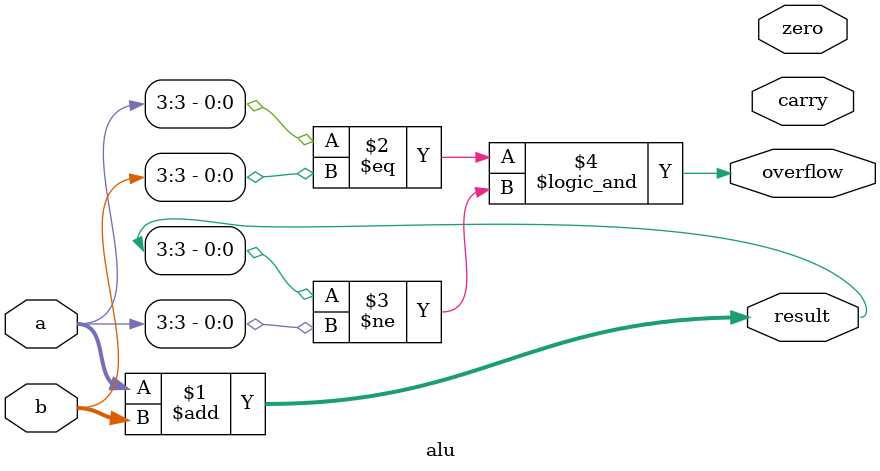
<source format=v>
module alu(
        input [3:0] a,
        input [3:0] b,
        output reg [3:0] result,
        output reg carry,
        output reg zero,
        output reg overflow
    );
    assign result = a + b;
    assign overflow = (a[3] == b[3] && result[3] != a[3]);
endmodule

</source>
